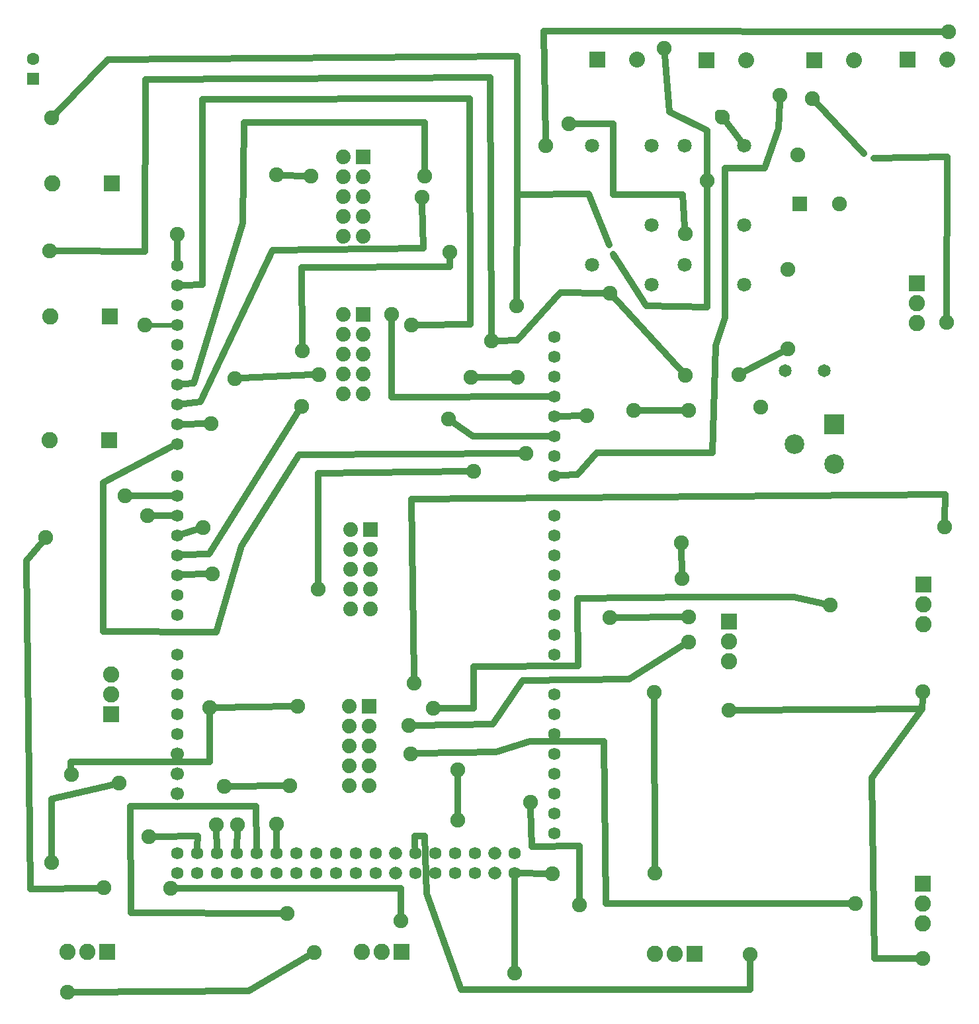
<source format=gtl>
G04 MADE WITH FRITZING*
G04 WWW.FRITZING.ORG*
G04 DOUBLE SIDED*
G04 HOLES PLATED*
G04 CONTOUR ON CENTER OF CONTOUR VECTOR*
%ASAXBY*%
%FSLAX23Y23*%
%MOIN*%
%OFA0B0*%
%SFA1.0B1.0*%
%ADD10C,0.075433*%
%ADD11C,0.082000*%
%ADD12C,0.062992*%
%ADD13C,0.071181*%
%ADD14C,0.074000*%
%ADD15C,0.099000*%
%ADD16C,0.062500*%
%ADD17C,0.065555*%
%ADD18C,0.066695*%
%ADD19C,0.048611*%
%ADD20C,0.051667*%
%ADD21C,0.052806*%
%ADD22C,0.080000*%
%ADD23C,0.075000*%
%ADD24C,0.065000*%
%ADD25R,0.082000X0.082000*%
%ADD26R,0.062992X0.062992*%
%ADD27R,0.074000X0.074000*%
%ADD28R,0.099000X0.099000*%
%ADD29R,0.080000X0.080000*%
%ADD30R,0.075000X0.075000*%
%ADD31C,0.032000*%
%ADD32C,0.024000*%
%LNCOPPER1*%
G90*
G70*
G54D10*
X989Y3926D03*
G54D11*
X4745Y658D03*
X4745Y558D03*
X4745Y458D03*
X4745Y658D03*
X4745Y558D03*
X4745Y458D03*
X3595Y304D03*
X3495Y304D03*
X3395Y304D03*
X3595Y304D03*
X3495Y304D03*
X3395Y304D03*
X2119Y313D03*
X2019Y313D03*
X1919Y313D03*
X2119Y313D03*
X2019Y313D03*
X1919Y313D03*
X4750Y2163D03*
X4750Y2063D03*
X4750Y1963D03*
X4750Y2163D03*
X4750Y2063D03*
X4750Y1963D03*
X655Y1509D03*
X655Y1609D03*
X655Y1709D03*
X655Y1509D03*
X655Y1609D03*
X655Y1709D03*
X635Y315D03*
X535Y315D03*
X435Y315D03*
X635Y315D03*
X535Y315D03*
X435Y315D03*
X3769Y1978D03*
X3769Y1878D03*
X3769Y1778D03*
X3769Y1978D03*
X3769Y1878D03*
X3769Y1778D03*
G54D12*
X263Y4711D03*
X263Y4810D03*
X263Y4711D03*
X263Y4810D03*
G54D13*
X3080Y3775D03*
X3080Y4375D03*
X3380Y4375D03*
X3380Y3675D03*
X3380Y3975D03*
X3080Y3775D03*
X3080Y4375D03*
X3380Y4375D03*
X3380Y3675D03*
X3380Y3975D03*
X3080Y3775D03*
X3080Y4375D03*
X3380Y4375D03*
X3380Y3675D03*
X3380Y3975D03*
X3547Y3773D03*
X3547Y4373D03*
X3847Y4373D03*
X3847Y3673D03*
X3847Y3973D03*
X3547Y3773D03*
X3547Y4373D03*
X3847Y4373D03*
X3847Y3673D03*
X3847Y3973D03*
X3547Y3773D03*
X3547Y4373D03*
X3847Y4373D03*
X3847Y3673D03*
X3847Y3973D03*
G54D14*
X1824Y4318D03*
X1824Y4218D03*
X1824Y4118D03*
X1824Y4018D03*
X1824Y3918D03*
X1924Y4318D03*
X1924Y4218D03*
X1924Y4118D03*
X1924Y4018D03*
X1924Y3918D03*
X1824Y4318D03*
X1824Y4218D03*
X1824Y4118D03*
X1824Y4018D03*
X1824Y3918D03*
X1924Y4318D03*
X1924Y4218D03*
X1924Y4118D03*
X1924Y4018D03*
X1924Y3918D03*
X1825Y3524D03*
X1825Y3424D03*
X1825Y3324D03*
X1825Y3224D03*
X1825Y3124D03*
X1925Y3524D03*
X1925Y3424D03*
X1925Y3324D03*
X1925Y3224D03*
X1925Y3124D03*
X1825Y3524D03*
X1825Y3424D03*
X1825Y3324D03*
X1825Y3224D03*
X1825Y3124D03*
X1925Y3524D03*
X1925Y3424D03*
X1925Y3324D03*
X1925Y3224D03*
X1925Y3124D03*
X1863Y2439D03*
X1863Y2339D03*
X1863Y2239D03*
X1863Y2139D03*
X1863Y2039D03*
X1963Y2439D03*
X1963Y2339D03*
X1963Y2239D03*
X1963Y2139D03*
X1963Y2039D03*
X1863Y2439D03*
X1863Y2339D03*
X1863Y2239D03*
X1863Y2139D03*
X1863Y2039D03*
X1963Y2439D03*
X1963Y2339D03*
X1963Y2239D03*
X1963Y2139D03*
X1963Y2039D03*
G54D11*
X660Y4184D03*
X360Y4184D03*
X660Y4184D03*
X360Y4184D03*
X649Y3513D03*
X349Y3513D03*
X649Y3513D03*
X349Y3513D03*
X647Y2892D03*
X347Y2892D03*
X647Y2892D03*
X347Y2892D03*
G54D15*
X4300Y2770D03*
X4300Y2970D03*
X4100Y2870D03*
X4300Y2770D03*
X4300Y2970D03*
X4100Y2870D03*
G54D10*
X4406Y556D03*
X2362Y3837D03*
X2769Y1068D03*
X3017Y552D03*
X2745Y2824D03*
X3170Y1997D03*
X1543Y508D03*
X355Y765D03*
X694Y1163D03*
X1151Y1544D03*
X454Y1206D03*
X2182Y1666D03*
X2170Y3470D03*
X326Y2400D03*
X620Y636D03*
X955Y634D03*
X2355Y2997D03*
X2572Y3391D03*
X3737Y4517D03*
X1489Y4226D03*
X1614Y3061D03*
X1280Y3202D03*
X1618Y3339D03*
X1554Y1150D03*
X1224Y1148D03*
X1595Y1552D03*
X2469Y3206D03*
X2481Y2733D03*
G54D16*
X2889Y1511D03*
X2889Y3111D03*
X2889Y1411D03*
X2889Y1311D03*
X2889Y1211D03*
X2889Y1111D03*
X1489Y811D03*
X2889Y1011D03*
X2889Y911D03*
X989Y3071D03*
X2889Y2511D03*
X2889Y2411D03*
X2889Y2311D03*
X2889Y2211D03*
X2289Y811D03*
X2889Y2111D03*
X2889Y2011D03*
X2889Y1911D03*
X2889Y1811D03*
X989Y2311D03*
X1089Y811D03*
X1889Y811D03*
X2689Y811D03*
X989Y3471D03*
X2889Y2711D03*
X989Y2711D03*
X1289Y811D03*
X1689Y811D03*
G54D17*
X2089Y811D03*
G54D18*
X989Y1111D03*
G54D16*
X2489Y811D03*
G54D18*
X989Y1211D03*
X989Y1311D03*
G54D16*
X989Y1411D03*
X989Y1511D03*
X989Y1611D03*
X989Y1711D03*
X989Y1811D03*
X989Y3671D03*
X989Y3271D03*
X989Y2871D03*
X2889Y3311D03*
X2889Y2911D03*
X989Y2111D03*
X989Y2511D03*
X989Y811D03*
X1189Y811D03*
X1389Y811D03*
X1589Y811D03*
X1789Y811D03*
X1989Y811D03*
X2189Y811D03*
X2389Y811D03*
G54D17*
X2589Y811D03*
G54D16*
X989Y3771D03*
X989Y3571D03*
X989Y3371D03*
X989Y3171D03*
X989Y2971D03*
X2889Y3411D03*
X2889Y3211D03*
X2889Y3011D03*
X2889Y2811D03*
X989Y2011D03*
X989Y2211D03*
X989Y2411D03*
X989Y2611D03*
X989Y711D03*
X1089Y711D03*
X1189Y711D03*
X1289Y711D03*
X1389Y711D03*
X1489Y711D03*
X1589Y711D03*
X1689Y711D03*
X1789Y711D03*
X1889Y711D03*
X1989Y711D03*
G54D17*
X2089Y711D03*
G54D16*
X2189Y711D03*
X2289Y711D03*
X2389Y711D03*
X2489Y711D03*
G54D17*
X2589Y711D03*
G54D16*
X2689Y711D03*
X2889Y1611D03*
G54D19*
X2889Y1511D03*
X2889Y3111D03*
X2889Y1411D03*
X2889Y1311D03*
X2889Y1211D03*
X2889Y1111D03*
X1489Y811D03*
X2889Y1011D03*
X2889Y911D03*
X989Y3071D03*
X2889Y2511D03*
X2889Y2411D03*
X2889Y2311D03*
X2889Y2211D03*
X2289Y811D03*
X2889Y2111D03*
X2889Y2011D03*
X2889Y1911D03*
X2889Y1811D03*
X989Y2311D03*
X1089Y811D03*
X1889Y811D03*
X2689Y811D03*
X989Y3471D03*
X2889Y2711D03*
X989Y2711D03*
X1289Y811D03*
X1689Y811D03*
G54D20*
X2089Y811D03*
G54D21*
X989Y1111D03*
G54D19*
X2489Y811D03*
G54D21*
X989Y1211D03*
X989Y1311D03*
G54D19*
X989Y1411D03*
X989Y1511D03*
X989Y1611D03*
X989Y1711D03*
X989Y1811D03*
X989Y3671D03*
X989Y3271D03*
X989Y2871D03*
X2889Y3311D03*
X2889Y2911D03*
X989Y2111D03*
X989Y2511D03*
X989Y811D03*
X1189Y811D03*
X1389Y811D03*
X1589Y811D03*
X1789Y811D03*
X1989Y811D03*
X2189Y811D03*
X2389Y811D03*
G54D20*
X2589Y811D03*
G54D19*
X989Y3771D03*
X989Y3571D03*
X989Y3371D03*
X989Y3171D03*
X989Y2971D03*
X2889Y3411D03*
X2889Y3211D03*
X2889Y3011D03*
X2889Y2811D03*
X989Y2011D03*
X989Y2211D03*
X989Y2411D03*
X989Y2611D03*
X989Y711D03*
X1089Y711D03*
X1189Y711D03*
X1289Y711D03*
X1389Y711D03*
X1489Y711D03*
X1589Y711D03*
X1689Y711D03*
X1789Y711D03*
X1889Y711D03*
X1989Y711D03*
G54D20*
X2089Y711D03*
G54D19*
X2189Y711D03*
X2289Y711D03*
X2389Y711D03*
X2489Y711D03*
G54D20*
X2589Y711D03*
G54D19*
X2689Y711D03*
X2889Y1611D03*
G54D10*
X3533Y2195D03*
X3528Y2375D03*
X3391Y1619D03*
X2402Y1229D03*
X2402Y978D03*
X3395Y710D03*
X3564Y3040D03*
X3288Y3040D03*
X2280Y1540D03*
G54D14*
X1855Y1552D03*
X1855Y1452D03*
X1855Y1352D03*
X1855Y1252D03*
X1855Y1152D03*
X1955Y1552D03*
X1955Y1452D03*
X1955Y1352D03*
X1955Y1252D03*
X1955Y1152D03*
X1855Y1552D03*
X1855Y1452D03*
X1855Y1352D03*
X1855Y1252D03*
X1855Y1152D03*
X1955Y1552D03*
X1955Y1452D03*
X1955Y1352D03*
X1955Y1252D03*
X1955Y1152D03*
G54D22*
X3107Y4808D03*
X3307Y4808D03*
X3107Y4808D03*
X3307Y4808D03*
X4670Y4808D03*
X4870Y4808D03*
X4670Y4808D03*
X4870Y4808D03*
X4198Y4804D03*
X4398Y4804D03*
X4198Y4804D03*
X4398Y4804D03*
X3654Y4804D03*
X3854Y4804D03*
X3654Y4804D03*
X3854Y4804D03*
G54D10*
X2847Y4375D03*
X4875Y4946D03*
X4025Y4627D03*
G54D23*
X4064Y3352D03*
X4064Y3752D03*
X4064Y3352D03*
X4064Y3752D03*
G54D24*
X4052Y3241D03*
X4249Y3241D03*
X4052Y3241D03*
X4249Y3241D03*
X4052Y3241D03*
X4249Y3241D03*
G54D10*
X4855Y2454D03*
X1698Y2139D03*
X2154Y1454D03*
X1702Y3222D03*
X2068Y3525D03*
X1158Y2974D03*
X824Y3470D03*
X2115Y470D03*
X1119Y2450D03*
X1166Y2218D03*
X839Y2509D03*
X725Y2611D03*
X347Y3844D03*
X355Y4513D03*
X2221Y4115D03*
X2237Y4222D03*
X1662Y4222D03*
X3052Y3013D03*
X4745Y1623D03*
X4280Y2060D03*
X3769Y1529D03*
X3564Y1875D03*
X3564Y2001D03*
X2879Y706D03*
X2690Y206D03*
X434Y111D03*
X1292Y954D03*
X1186Y954D03*
X847Y895D03*
X2166Y1312D03*
X4745Y281D03*
X1489Y958D03*
X1678Y312D03*
X3441Y4863D03*
X3875Y300D03*
X3658Y4198D03*
X2962Y4485D03*
X3548Y3930D03*
G54D11*
X4717Y3682D03*
X4717Y3582D03*
X4717Y3482D03*
X4717Y3682D03*
X4717Y3582D03*
X4717Y3482D03*
G54D23*
X4127Y4080D03*
X4327Y4080D03*
G54D10*
X4115Y4328D03*
X3930Y3057D03*
X4190Y4611D03*
X4867Y3485D03*
X3170Y3631D03*
X3548Y3218D03*
X3820Y3222D03*
X2702Y3206D03*
X2698Y3568D03*
G54D25*
X4745Y658D03*
X4745Y658D03*
X3595Y304D03*
X3595Y304D03*
X2119Y313D03*
X2119Y313D03*
X4750Y2163D03*
X4750Y2163D03*
X655Y1509D03*
X655Y1509D03*
X635Y315D03*
X635Y315D03*
X3769Y1978D03*
X3769Y1978D03*
G54D26*
X263Y4711D03*
X263Y4711D03*
G54D27*
X1924Y4318D03*
X1924Y4318D03*
X1925Y3524D03*
X1925Y3524D03*
X1963Y2439D03*
X1963Y2439D03*
G54D25*
X660Y4184D03*
X660Y4184D03*
X649Y3513D03*
X649Y3513D03*
X647Y2892D03*
X647Y2892D03*
G54D28*
X4300Y2970D03*
X4300Y2970D03*
G54D27*
X1955Y1552D03*
X1955Y1552D03*
G54D29*
X3107Y4808D03*
X3107Y4808D03*
X4670Y4808D03*
X4670Y4808D03*
X4198Y4804D03*
X4198Y4804D03*
X3654Y4804D03*
X3654Y4804D03*
G54D25*
X4717Y3682D03*
X4717Y3682D03*
G54D30*
X4127Y4080D03*
G54D31*
X989Y3892D02*
X989Y3805D01*
D02*
X2068Y3490D02*
X2070Y3106D01*
D02*
X2070Y3106D02*
X2855Y3111D01*
D02*
X2222Y4081D02*
X2229Y3858D01*
D02*
X2229Y3858D02*
X1470Y3847D01*
D02*
X1106Y3084D02*
X1023Y3075D01*
D02*
X1470Y3847D02*
X1106Y3084D01*
D02*
X2237Y4256D02*
X2234Y4492D01*
D02*
X2234Y4492D02*
X1325Y4489D01*
D02*
X1325Y4489D02*
X1320Y3984D01*
D02*
X1320Y3984D02*
X1073Y3178D01*
D02*
X1073Y3178D02*
X1023Y3174D01*
D02*
X1596Y3032D02*
X1148Y2317D01*
D02*
X2770Y1034D02*
X2775Y845D01*
D02*
X2775Y845D02*
X3017Y848D01*
D02*
X3017Y848D02*
X3017Y587D01*
D02*
X3748Y4261D02*
X3948Y4261D01*
D02*
X3948Y4261D02*
X4020Y4461D01*
D02*
X4020Y4461D02*
X4024Y4593D01*
D02*
X3748Y3506D02*
X3748Y4261D01*
D02*
X3703Y3367D02*
X3748Y3506D01*
D02*
X3687Y2828D02*
X3703Y3367D01*
D02*
X3006Y2717D02*
X3103Y2828D01*
D02*
X3103Y2828D02*
X3687Y2828D01*
D02*
X2923Y2713D02*
X3006Y2717D01*
D02*
X959Y2856D02*
X614Y2678D01*
D02*
X614Y2678D02*
X614Y1928D01*
D02*
X614Y1928D02*
X1187Y1923D01*
D02*
X1311Y2358D02*
X1603Y2817D01*
D02*
X1187Y1923D02*
X1311Y2358D01*
D02*
X1603Y2817D02*
X2711Y2824D01*
D02*
X3205Y1998D02*
X3530Y2001D01*
D02*
X1389Y845D02*
X1387Y1048D01*
D02*
X1387Y1048D02*
X753Y1048D01*
D02*
X753Y1048D02*
X755Y510D01*
D02*
X755Y510D02*
X1509Y508D01*
D02*
X453Y1270D02*
X453Y1240D01*
D02*
X1153Y1270D02*
X453Y1270D01*
D02*
X1151Y1510D02*
X1153Y1270D01*
D02*
X2182Y1701D02*
X2170Y2595D01*
D02*
X2170Y2595D02*
X4859Y2617D01*
D02*
X4859Y2617D02*
X4856Y2488D01*
D02*
X2205Y3470D02*
X2466Y3473D01*
D02*
X2466Y3473D02*
X2463Y4610D01*
D02*
X2463Y4610D02*
X1114Y4606D01*
D02*
X1114Y3673D02*
X1023Y3672D01*
D02*
X1114Y4606D02*
X1114Y3673D01*
D02*
X304Y2373D02*
X229Y2284D01*
D02*
X229Y2284D02*
X248Y632D01*
D02*
X248Y632D02*
X586Y635D01*
D02*
X989Y634D02*
X2114Y634D01*
D02*
X2114Y634D02*
X2115Y504D01*
D02*
X2478Y2911D02*
X2383Y2978D01*
D02*
X2775Y2911D02*
X2478Y2911D01*
D02*
X2855Y2911D02*
X2775Y2911D01*
D02*
X2690Y240D02*
X2689Y677D01*
D02*
X4744Y1589D02*
X4742Y1536D01*
D02*
X4742Y1536D02*
X3803Y1529D01*
D02*
X1348Y117D02*
X1648Y295D01*
D02*
X468Y112D02*
X1348Y117D01*
D02*
X4711Y281D02*
X4503Y280D01*
D02*
X4503Y280D02*
X4489Y1192D01*
D02*
X4489Y1192D02*
X4742Y1536D01*
D02*
X4841Y4946D02*
X2837Y4950D01*
D02*
X2837Y4950D02*
X2847Y4410D01*
D02*
X382Y3843D02*
X825Y3839D01*
D02*
X825Y3839D02*
X829Y4706D01*
D02*
X829Y4706D02*
X2566Y4717D01*
D02*
X2566Y4717D02*
X2572Y3425D01*
D02*
X379Y4538D02*
X640Y4806D01*
D02*
X640Y4806D02*
X2703Y4823D01*
D02*
X2703Y4823D02*
X2703Y4128D01*
D02*
X3193Y3810D02*
X3185Y3828D01*
D02*
X3185Y3828D02*
X3353Y3567D01*
D02*
X3353Y3567D02*
X3659Y3561D01*
D02*
X3658Y4232D02*
X3659Y4450D01*
D02*
X3659Y4450D02*
X3470Y4545D01*
D02*
X3470Y4545D02*
X3444Y4829D01*
D02*
X3659Y3561D02*
X3658Y4164D01*
D02*
X356Y1084D02*
X660Y1155D01*
D02*
X355Y799D02*
X356Y1084D01*
D02*
X1628Y4222D02*
X1523Y4225D01*
D02*
X1667Y3220D02*
X1315Y3204D01*
D02*
X2363Y3765D02*
X2362Y3803D01*
D02*
X1614Y3761D02*
X2363Y3765D01*
D02*
X1614Y3761D02*
X1618Y3374D01*
D02*
X1258Y1148D02*
X1519Y1150D01*
D02*
X1185Y1545D02*
X1561Y1552D01*
D02*
X2698Y3602D02*
X2703Y4128D01*
D02*
X2504Y3206D02*
X2667Y3206D01*
D02*
X1698Y2723D02*
X2447Y2733D01*
D02*
X1698Y2173D02*
X1698Y2723D01*
D02*
X4096Y2102D02*
X4247Y2068D01*
D02*
X1148Y2317D02*
X1023Y2313D01*
D02*
X3529Y2341D02*
X3532Y2229D01*
D02*
X3264Y1686D02*
X3535Y1857D01*
D02*
X3317Y3040D02*
X3535Y3040D01*
D02*
X3391Y1585D02*
X3394Y744D01*
D02*
X3006Y2095D02*
X3588Y2102D01*
D02*
X3009Y1753D02*
X3006Y2095D01*
D02*
X2315Y1541D02*
X2483Y1541D01*
D02*
X2483Y1541D02*
X2481Y1750D01*
D02*
X2481Y1750D02*
X3009Y1753D01*
D02*
X3588Y2102D02*
X4096Y2102D01*
D02*
X2728Y1681D02*
X3264Y1686D01*
D02*
X3139Y1373D02*
X3148Y558D01*
D02*
X2578Y1459D02*
X2728Y1681D01*
D02*
X2764Y1373D02*
X3139Y1373D01*
D02*
X2201Y1313D02*
X2595Y1320D01*
D02*
X2595Y1320D02*
X2764Y1373D01*
D02*
X2189Y1454D02*
X2578Y1459D01*
D02*
X3148Y558D02*
X4372Y556D01*
D02*
X2402Y1012D02*
X2402Y1195D01*
D02*
X3063Y4132D02*
X3166Y3874D01*
D02*
X2703Y4128D02*
X3063Y4132D01*
D02*
X1023Y2972D02*
X1124Y2973D01*
G54D32*
D02*
X853Y3470D02*
X961Y3471D01*
G54D31*
D02*
X1022Y2421D02*
X1086Y2440D01*
D02*
X1132Y2216D02*
X1023Y2213D01*
D02*
X874Y2510D02*
X955Y2511D01*
D02*
X955Y2611D02*
X760Y2611D01*
D02*
X3018Y3013D02*
X2923Y3012D01*
D02*
X2723Y710D02*
X2844Y707D01*
D02*
X1290Y845D02*
X1291Y920D01*
D02*
X1188Y845D02*
X1187Y920D01*
D02*
X882Y895D02*
X1092Y898D01*
D02*
X1092Y898D02*
X1090Y845D01*
D02*
X1489Y845D02*
X1489Y923D01*
D02*
X3824Y4402D02*
X3731Y4523D01*
D02*
X3731Y4523D02*
X3716Y4536D01*
D02*
X2244Y606D02*
X2420Y123D01*
D02*
X2237Y898D02*
X2244Y606D01*
D02*
X3875Y123D02*
X3875Y272D01*
D02*
X2420Y123D02*
X3875Y123D01*
D02*
X2185Y898D02*
X2237Y898D01*
D02*
X2187Y845D02*
X2185Y898D01*
D02*
X3537Y4128D02*
X3546Y3965D01*
D02*
X3185Y4484D02*
X3185Y4128D01*
D02*
X3185Y4128D02*
X3537Y4128D01*
D02*
X2996Y4485D02*
X3185Y4484D01*
D02*
X2703Y3395D02*
X2920Y3634D01*
D02*
X2920Y3634D02*
X3136Y3631D01*
D02*
X3193Y3606D02*
X3525Y3243D01*
D02*
X3850Y3238D02*
X4034Y3335D01*
D02*
X2606Y3392D02*
X2703Y3395D01*
D02*
X4870Y4317D02*
X4498Y4312D01*
D02*
X4450Y4333D02*
X4210Y4590D01*
D02*
X4867Y3514D02*
X4870Y4317D01*
G04 End of Copper1*
M02*
</source>
